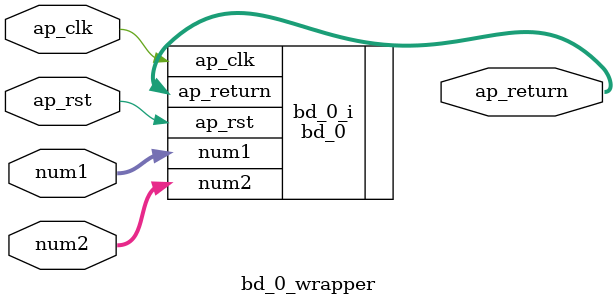
<source format=v>
`timescale 1 ps / 1 ps

module bd_0_wrapper
   (ap_clk,
    ap_return,
    ap_rst,
    num1,
    num2);
  input ap_clk;
  output [31:0]ap_return;
  input ap_rst;
  input [31:0]num1;
  input [31:0]num2;

  wire ap_clk;
  wire [31:0]ap_return;
  wire ap_rst;
  wire [31:0]num1;
  wire [31:0]num2;

  bd_0 bd_0_i
       (.ap_clk(ap_clk),
        .ap_return(ap_return),
        .ap_rst(ap_rst),
        .num1(num1),
        .num2(num2));
endmodule

</source>
